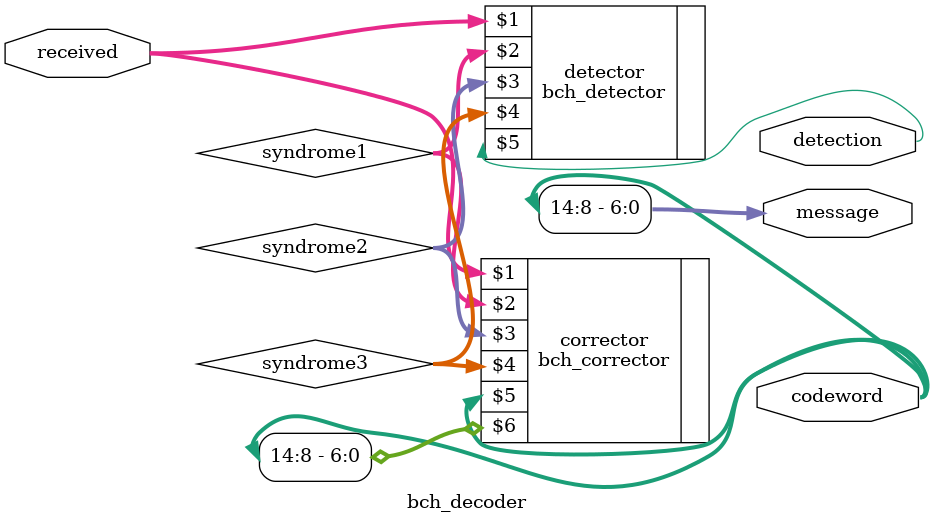
<source format=v>
module bch_decoder(received, codeword, message, detection);
  input [14:0] received;
  output [14:0] codeword;
  output [6:0] message;
  output detection;

  wire [3:0] syndrome1;
  wire [3:0] syndrome2;
  wire [3:0] syndrome3;

  bch_detector detector(received, syndrome1, syndrome2, syndrome3, detection);
  bch_corrector corrector(received, syndrome1, syndrome2, syndrome3, codeword, message);

  assign message = codeword[14:8];
endmodule

</source>
